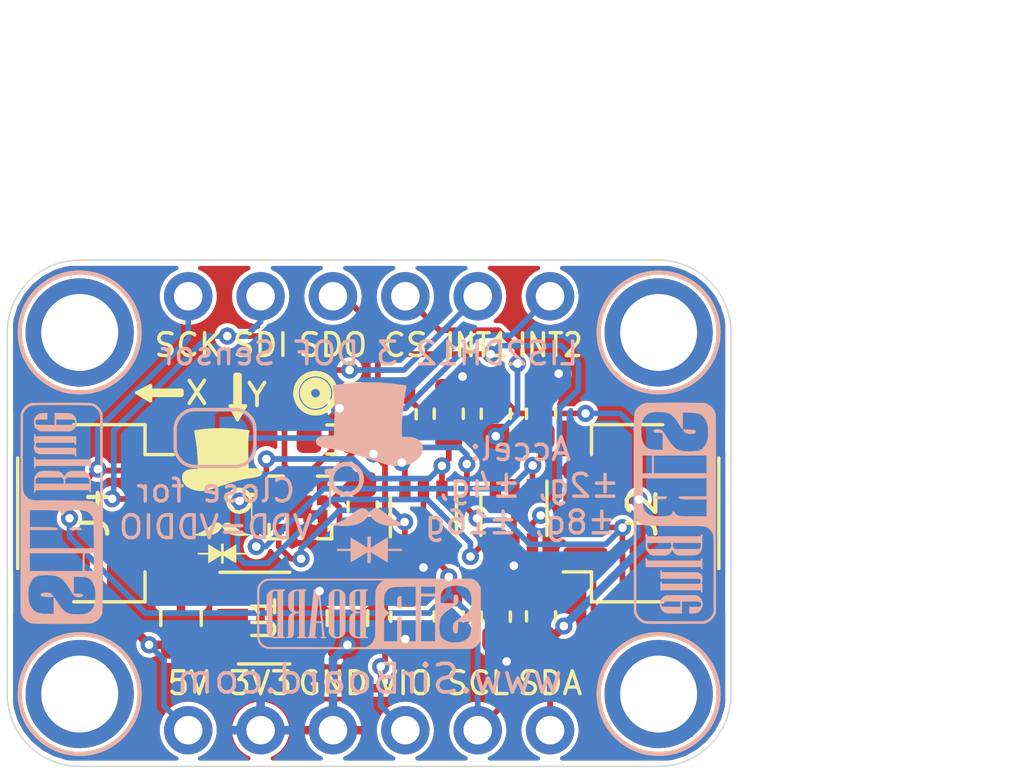
<source format=kicad_pcb>
(kicad_pcb (version 20171130) (host pcbnew "(5.1.2)-2")
  (title_block (title "LIS2DH12 Breakout with 5V Level Shift") (date 2020-03-07) (rev 1) (company SirBoard) (comment 1 "Accelerometer: ±2g, ±4g, ±8g, ±16g") (comment 2 "Digital Accelerometer with I2C and SPI") (comment 3 "LIS2DH12 - SirBlue"))
  (layers (0 F.Cu signal) (31 B.Cu signal) (34 B.Paste user hide) (35 F.Paste user hide) (36 B.SilkS user) (37 F.SilkS user) (38 B.Mask user hide) (39 F.Mask user hide) (44 Edge.Cuts user))
  (net 0 "")
  (net 1 GND)
  (net 2 5V)
  (net 3 3V3)
  (net 4 "Net-(U1-Pad4)")
  (net 5 SCL_5V)
  (net 6 SDA_3V3)
  (net 7 SDA_5V)
  (net 8 SCL_3V3)
  (net 9 CS_5V)
  (net 10 CS_3V3)
  (net 11 SDO_5V)
  (net 12 SDO_3V3)
  (net 13 VDDIO)
  (net 14 INT2)
  (net 15 INT1)
  (module Package_LGA:LGA-12_2x2mm_P0.5mm (layer F.Cu) (at 62.865 35.7632)
    (fp_text reference U2 hide)
    (fp_text value LIS2HH12)
    (pad 12 smd rect (at -0.25 -0.7625 90) (size 0.375 0.35) (layers F.Cu F.Paste F.Mask) (net 15 INT1))
    (pad 11 smd rect (at 0.25 -0.7625 90) (size 0.375 0.35) (layers F.Cu F.Paste F.Mask) (net 14 INT2))
    (pad 6 smd rect (at 0.25 0.7625 90) (size 0.375 0.35) (layers F.Cu F.Paste F.Mask) (net 1 GND))
    (pad 5 smd rect (at -0.25 0.7625 90) (size 0.375 0.35) (layers F.Cu F.Paste F.Mask) (net 1 GND))
    (pad 10 smd rect (at 0.7625 -0.75) (size 0.375 0.35) (layers F.Cu F.Paste F.Mask) (net 13 VDDIO))
    (pad 1 smd rect (at -0.7625 -0.75) (size 0.375 0.35) (layers F.Cu F.Paste F.Mask) (net 8 SCL_3V3))
    (pad 7 smd rect (at 0.7625 0.75) (size 0.375 0.35) (layers F.Cu F.Paste F.Mask) (net 1 GND))
    (pad 4 smd rect (at -0.7625 0.75) (size 0.375 0.35) (layers F.Cu F.Paste F.Mask) (net 6 SDA_3V3))
    (pad 8 smd rect (at 0.7625 0.25) (size 0.375 0.35) (layers F.Cu F.Paste F.Mask) (net 1 GND))
    (pad 9 smd rect (at 0.7625 -0.25) (size 0.375 0.35) (layers F.Cu F.Paste F.Mask) (net 3 3V3))
    (pad 3 smd rect (at -0.7625 0.25) (size 0.375 0.35) (layers F.Cu F.Paste F.Mask) (net 12 SDO_3V3))
    (pad 2 smd rect (at -0.7625 -0.25) (size 0.375 0.35) (layers F.Cu F.Paste F.Mask) (net 10 CS_3V3))
  )
  (module logo:logo47x67 (layer F.Cu) (at 60.1218 35.3568)
    (fp_text reference G*** hide)
    (fp_text value LOGO hide)
  )
  (module Jumper:SolderJumper-2_P1.3mm_Open_RoundedPad1.0x1.5mm (layer B.Cu) (at 59.8678 33.3248)
    (fp_text reference JP1 hide)
    (fp_text value SolderJumper_2_Open)
    (pad 1 smd custom (at -0.65 0) (size 1 0.5) (layers B.Cu B.Mask) (net 3 3V3) (options (clearance outline) (anchor rect)) (primitives (gr_circle (center 0 -0.25) (end 0.5 -0.25) (width 0)) (gr_circle (center 0 0.25) (end 0.5 0.25) (width 0)) (gr_poly (pts (xy 0 0.75) (xy 0.5 0.75) (xy 0.5 -0.75) (xy 0 -0.75)) (width 0))))
    (pad 2 smd custom (at 0.65 0) (size 1 0.5) (layers B.Cu B.Mask) (net 13 VDDIO) (options (clearance outline) (anchor rect)) (primitives (gr_circle (center 0 -0.25) (end 0.5 -0.25) (width 0)) (gr_circle (center 0 0.25) (end 0.5 0.25) (width 0)) (gr_poly (pts (xy 0 0.75) (xy -0.5 0.75) (xy -0.5 -0.75) (xy 0 -0.75)) (width 0))))
  )
  (module Capacitor_SMD:C_0603_1608Metric (layer F.Cu) (at 63.9572 33.3756 180)
    (fp_text reference C5 hide)
    (fp_text value 100nF)
    (pad 2 smd roundrect (at 0.7875 0 180) (size 0.875 0.95) (layers F.Cu F.Paste F.Mask) (net 1 GND))
    (pad 1 smd roundrect (at -0.7875 0 180) (size 0.875 0.95) (layers F.Cu F.Paste F.Mask) (net 13 VDDIO))
  )
  (module Capacitor_SMD:C_0603_1608Metric (layer F.Cu) (at 65.0494 35.7378 270)
    (fp_text reference C3 hide)
    (fp_text value 1uF)
    (pad 2 smd roundrect (at 0.7875 0 270) (size 0.875 0.95) (layers F.Cu F.Paste F.Mask) (net 1 GND))
    (pad 1 smd roundrect (at -0.7875 0 270) (size 0.875 0.95) (layers F.Cu F.Paste F.Mask) (net 3 3V3))
  )
  (module logo:SirBoard79x25 (layer B.Cu) (at 65.278 39.497 180)
    (fp_text reference G*** hide)
    (fp_text value LOGO hide)
  )
  (module logo:logo63x89 (layer B.Cu) (at 65.278 34.544 180)
    (fp_text reference G*** hide)
    (fp_text value LOGO hide)
  )
  (module logo:SirBlue78x29 (layer B.Cu) (at 76.0095 35.9664 270)
    (fp_text reference G*** hide)
    (fp_text value LOGO hide)
  )
  (module logo:SirBlue78x29 (layer B.Cu) (at 54.483 35.9664 90)
    (fp_text reference G*** hide)
    (fp_text value LOGO hide)
  )
  (module Connector_PinHeader_2.54mm:PinHeader_1x06_P2.54mm_Vertical (layer B.Cu) (at 58.928 28.3464 270)
    (fp_text reference J3 hide)
    (fp_text value Conn_01x06)
    (pad 6 thru_hole oval (at 0 -12.7 270) (size 1.7 1.7) (drill 1) (layers *.Cu *.Mask) (net 14 INT2))
    (pad 5 thru_hole oval (at 0 -10.16 270) (size 1.7 1.7) (drill 1) (layers *.Cu *.Mask) (net 15 INT1))
    (pad 4 thru_hole oval (at 0 -7.62 270) (size 1.7 1.7) (drill 1) (layers *.Cu *.Mask) (net 9 CS_5V))
    (pad 3 thru_hole oval (at 0 -5.08 270) (size 1.7 1.7) (drill 1) (layers *.Cu *.Mask) (net 11 SDO_5V))
    (pad 2 thru_hole oval (at 0 -2.54 270) (size 1.7 1.7) (drill 1) (layers *.Cu *.Mask) (net 7 SDA_5V))
    (pad 1 thru_hole circle (at 0 0 270) (size 1.7 1.7) (drill 1) (layers *.Cu *.Mask) (net 5 SCL_5V))
  )
  (module Connector_PinHeader_2.54mm:PinHeader_1x06_P2.54mm_Vertical (layer B.Cu) (at 58.928 43.5864 270)
    (fp_text reference J1 hide)
    (fp_text value Conn_01x06)
    (pad 6 thru_hole oval (at 0 -12.7 270) (size 1.7 1.7) (drill 1) (layers *.Cu *.Mask) (net 7 SDA_5V))
    (pad 5 thru_hole oval (at 0 -10.16 270) (size 1.7 1.7) (drill 1) (layers *.Cu *.Mask) (net 5 SCL_5V))
    (pad 4 thru_hole oval (at 0 -7.62 270) (size 1.7 1.7) (drill 1) (layers *.Cu *.Mask) (net 13 VDDIO))
    (pad 3 thru_hole oval (at 0 -5.08 270) (size 1.7 1.7) (drill 1) (layers *.Cu *.Mask) (net 1 GND))
    (pad 2 thru_hole oval (at 0 -2.54 270) (size 1.7 1.7) (drill 1) (layers *.Cu *.Mask) (net 3 3V3))
    (pad 1 thru_hole circle (at 0 0 270) (size 1.7 1.7) (drill 1) (layers *.Cu *.Mask) (net 2 5V))
  )
  (module Package_TO_SOT_SMD:SOT-23-5 (layer F.Cu) (at 61.595 39.6494)
    (fp_text reference U1 (at 0 0 90) (layer F.SilkS) (effects (font (size 0.8 0.8) (thickness 0.12))))
    (fp_text value AP2127K-3.3)
    (pad 5 smd rect (at 1.1 -0.95) (size 1.06 0.65) (layers F.Cu F.Paste F.Mask) (net 3 3V3))
    (pad 4 smd rect (at 1.1 0.95) (size 1.06 0.65) (layers F.Cu F.Paste F.Mask) (net 4 "Net-(U1-Pad4)"))
    (pad 3 smd rect (at -1.1 0.95) (size 1.06 0.65) (layers F.Cu F.Paste F.Mask) (net 2 5V))
    (pad 2 smd rect (at -1.1 0) (size 1.06 0.65) (layers F.Cu F.Paste F.Mask) (net 1 GND))
    (pad 1 smd rect (at -1.1 -0.95) (size 1.06 0.65) (layers F.Cu F.Paste F.Mask) (net 2 5V))
  )
  (module Connector_JST:JST_SH_SM04B-SRSS-TB_1x04-1MP_P1.00mm_Horizontal (layer F.Cu) (at 55.626 35.9664 270)
    (fp_text reference J4 (at 0 0 270) (layer F.SilkS))
    (fp_text value Conn_01x04)
    (pad MP smd roundrect (at 2.8 1.875 270) (size 1.2 1.8) (layers F.Cu F.Paste F.Mask) (roundrect_rratio 0.208333))
    (pad MP smd roundrect (at -2.8 1.875 270) (size 1.2 1.8) (layers F.Cu F.Paste F.Mask) (roundrect_rratio 0.208333))
    (pad 4 smd roundrect (at 1.5 -2 270) (size 0.6 1.55) (layers F.Cu F.Paste F.Mask) (net 1 GND))
    (pad 3 smd roundrect (at 0.5 -2 270) (size 0.6 1.55) (layers F.Cu F.Paste F.Mask) (net 2 5V))
    (pad 2 smd roundrect (at -0.5 -2 270) (size 0.6 1.55) (layers F.Cu F.Paste F.Mask) (net 7 SDA_5V))
    (pad 1 smd roundrect (at -1.5 -2 270) (size 0.6 1.55) (layers F.Cu F.Paste F.Mask) (net 5 SCL_5V))
  )
  (module Connector_JST:JST_SH_SM04B-SRSS-TB_1x04-1MP_P1.00mm_Horizontal (layer F.Cu) (at 74.8665 35.9664 90)
    (fp_text reference J2 (at 0 0 90) (layer F.SilkS))
    (fp_text value Conn_01x04)
    (pad MP smd roundrect (at 2.8 1.875 90) (size 1.2 1.8) (layers F.Cu F.Paste F.Mask) (roundrect_rratio 0.208333))
    (pad MP smd roundrect (at -2.8 1.875 90) (size 1.2 1.8) (layers F.Cu F.Paste F.Mask) (roundrect_rratio 0.208333))
    (pad 4 smd roundrect (at 1.5 -2 90) (size 0.6 1.55) (layers F.Cu F.Paste F.Mask) (net 1 GND))
    (pad 3 smd roundrect (at 0.5 -2 90) (size 0.6 1.55) (layers F.Cu F.Paste F.Mask) (net 2 5V))
    (pad 2 smd roundrect (at -0.5 -2 90) (size 0.6 1.55) (layers F.Cu F.Paste F.Mask) (net 7 SDA_5V))
    (pad 1 smd roundrect (at -1.5 -2 90) (size 0.6 1.55) (layers F.Cu F.Paste F.Mask) (net 5 SCL_5V))
  )
  (module Capacitor_SMD:C_0805_2012Metric (layer F.Cu) (at 64.516 39.6494 270)
    (fp_text reference C4 hide)
    (fp_text value 10uF)
    (pad 2 smd roundrect (at 0.9375 0 270) (size 0.975 1.4) (layers F.Cu F.Paste F.Mask) (net 1 GND))
    (pad 1 smd roundrect (at -0.9375 0 270) (size 0.975 1.4) (layers F.Cu F.Paste F.Mask) (net 3 3V3))
  )
  (module Capacitor_SMD:C_0805_2012Metric (layer F.Cu) (at 58.674 39.6494 90)
    (fp_text reference C1 hide)
    (fp_text value 10uF)
    (pad 2 smd roundrect (at 0.9375 0 90) (size 0.975 1.4) (layers F.Cu F.Paste F.Mask) (net 1 GND))
    (pad 1 smd roundrect (at -0.9375 0 90) (size 0.975 1.4) (layers F.Cu F.Paste F.Mask) (net 2 5V))
  )
  (module SirBoardLibrary:MountingHole_M2.5_SirBoard (layer F.Cu) (at 55.118 42.3164 270)
    (fp_text reference H1 hide)
    (fp_text value MountingHole)
    (pad 1 thru_hole circle (at 0 0 270) (size 3.8 3.8) (drill 2.7) (layers *.Cu *.Mask))
  )
  (module SirBoardLibrary:MountingHole_M2.5_SirBoard (layer F.Cu) (at 55.118 29.6164 270)
    (fp_text reference H2 hide)
    (fp_text value MountingHole)
    (pad 1 thru_hole circle (at 0 0 270) (size 3.8 3.8) (drill 2.7) (layers *.Cu *.Mask))
  )
  (module SirBoardLibrary:MountingHole_M2.5_SirBoard (layer F.Cu) (at 75.438 42.3164 90)
    (fp_text reference H3 hide)
    (fp_text value MountingHole)
    (pad 1 thru_hole circle (at 0 0 90) (size 3.8 3.8) (drill 2.7) (layers *.Cu *.Mask))
  )
  (module SirBoardLibrary:MountingHole_M2.5_SirBoard (layer F.Cu) (at 75.438 29.6164 90)
    (fp_text reference H4 hide)
    (fp_text value MountingHole)
    (pad 1 thru_hole circle (at 0 0 90) (size 3.8 3.8) (drill 2.7) (layers *.Cu *.Mask))
  )
  (module Resistor_SMD:R_0603_1608Metric (layer F.Cu) (at 66.421 32.4866 270)
    (fp_text reference R8 hide)
    (fp_text value 10K)
    (pad 2 smd roundrect (at 0.7875 0 270) (size 0.875 0.95) (layers F.Cu F.Paste F.Mask) (net 7 SDA_5V))
    (pad 1 smd roundrect (at -0.7875 0 270) (size 0.875 0.95) (layers F.Cu F.Paste F.Mask) (net 2 5V))
  )
  (module Resistor_SMD:R_0603_1608Metric (layer F.Cu) (at 66.548 39.5986 270)
    (fp_text reference R7 hide)
    (fp_text value 10K)
    (pad 2 smd roundrect (at 0.7875 0 270) (size 0.875 0.95) (layers F.Cu F.Paste F.Mask) (net 3 3V3))
    (pad 1 smd roundrect (at -0.7875 0 270) (size 0.875 0.95) (layers F.Cu F.Paste F.Mask) (net 6 SDA_3V3))
  )
  (module Resistor_SMD:R_0603_1608Metric (layer F.Cu) (at 68.072 39.5859 90)
    (fp_text reference R6 hide)
    (fp_text value 10K)
    (pad 2 smd roundrect (at 0.7875 0 90) (size 0.875 0.95) (layers F.Cu F.Paste F.Mask) (net 5 SCL_5V))
    (pad 1 smd roundrect (at -0.7875 0 90) (size 0.875 0.95) (layers F.Cu F.Paste F.Mask) (net 2 5V))
  )
  (module Resistor_SMD:R_0603_1608Metric (layer F.Cu) (at 68.072 32.4739 90)
    (fp_text reference R5 hide)
    (fp_text value 10K)
    (pad 2 smd roundrect (at 0.7875 0 90) (size 0.875 0.95) (layers F.Cu F.Paste F.Mask) (net 3 3V3))
    (pad 1 smd roundrect (at -0.7875 0 90) (size 0.875 0.95) (layers F.Cu F.Paste F.Mask) (net 8 SCL_3V3))
  )
  (module Resistor_SMD:R_0603_1608Metric (layer F.Cu) (at 69.723 32.4739 270)
    (fp_text reference R4 hide)
    (fp_text value 10K)
    (pad 2 smd roundrect (at 0.7875 0 270) (size 0.875 0.95) (layers F.Cu F.Paste F.Mask) (net 9 CS_5V))
    (pad 1 smd roundrect (at -0.7875 0 270) (size 0.875 0.95) (layers F.Cu F.Paste F.Mask) (net 2 5V))
  )
  (module Resistor_SMD:R_0603_1608Metric (layer F.Cu) (at 69.723 39.5986 270)
    (fp_text reference R3 hide)
    (fp_text value 10K)
    (pad 2 smd roundrect (at 0.7875 0 270) (size 0.875 0.95) (layers F.Cu F.Paste F.Mask) (net 3 3V3))
    (pad 1 smd roundrect (at -0.7875 0 270) (size 0.875 0.95) (layers F.Cu F.Paste F.Mask) (net 10 CS_3V3))
  )
  (module Resistor_SMD:R_0603_1608Metric (layer F.Cu) (at 71.3105 39.5859 90)
    (fp_text reference R2 hide)
    (fp_text value 10K)
    (pad 2 smd roundrect (at 0.7875 0 90) (size 0.875 0.95) (layers F.Cu F.Paste F.Mask) (net 11 SDO_5V))
    (pad 1 smd roundrect (at -0.7875 0 90) (size 0.875 0.95) (layers F.Cu F.Paste F.Mask) (net 2 5V))
  )
  (module Resistor_SMD:R_0603_1608Metric (layer F.Cu) (at 71.3105 32.4739 90)
    (fp_text reference R1 hide)
    (fp_text value 10K)
    (pad 2 smd roundrect (at 0.7875 0 90) (size 0.875 0.95) (layers F.Cu F.Paste F.Mask) (net 3 3V3))
    (pad 1 smd roundrect (at -0.7875 0 90) (size 0.875 0.95) (layers F.Cu F.Paste F.Mask) (net 12 SDO_3V3))
  )
  (module Package_TO_SOT_SMD:SOT-363_SC-70-6 (layer F.Cu) (at 67.183 36.0934 270)
    (fp_text reference Q2 hide)
    (fp_text value BSS138DW)
    (pad 6 smd rect (at 0.95 -0.65 270) (size 0.65 0.4) (layers F.Cu F.Paste F.Mask) (net 5 SCL_5V))
    (pad 4 smd rect (at 0.95 0.65 270) (size 0.65 0.4) (layers F.Cu F.Paste F.Mask) (net 6 SDA_3V3))
    (pad 2 smd rect (at -0.95 0 270) (size 0.65 0.4) (layers F.Cu F.Paste F.Mask) (net 3 3V3))
    (pad 5 smd rect (at 0.95 0 270) (size 0.65 0.4) (layers F.Cu F.Paste F.Mask) (net 3 3V3))
    (pad 3 smd rect (at -0.95 0.65 270) (size 0.65 0.4) (layers F.Cu F.Paste F.Mask) (net 7 SDA_5V))
    (pad 1 smd rect (at -0.95 -0.65 270) (size 0.65 0.4) (layers F.Cu F.Paste F.Mask) (net 8 SCL_3V3))
  )
  (module Package_TO_SOT_SMD:SOT-363_SC-70-6 (layer F.Cu) (at 70.358 36.0426 270)
    (fp_text reference Q1 hide)
    (fp_text value BSS138DW)
    (pad 6 smd rect (at 0.95 -0.65 270) (size 0.65 0.4) (layers F.Cu F.Paste F.Mask) (net 11 SDO_5V))
    (pad 4 smd rect (at 0.95 0.65 270) (size 0.65 0.4) (layers F.Cu F.Paste F.Mask) (net 10 CS_3V3))
    (pad 2 smd rect (at -0.95 0 270) (size 0.65 0.4) (layers F.Cu F.Paste F.Mask) (net 3 3V3))
    (pad 5 smd rect (at 0.95 0 270) (size 0.65 0.4) (layers F.Cu F.Paste F.Mask) (net 3 3V3))
    (pad 3 smd rect (at -0.95 0.65 270) (size 0.65 0.4) (layers F.Cu F.Paste F.Mask) (net 9 CS_5V))
    (pad 1 smd rect (at -0.95 -0.65 270) (size 0.65 0.4) (layers F.Cu F.Paste F.Mask) (net 12 SDO_3V3))
  )
  (gr_text "Close for\nVDD=VDDIO" (at 59.8932 35.814) (layer B.SilkS) (effects (font (size 0.8 0.8) (thickness 0.12)) (justify mirror)))
  (gr_text X (at 59.2304 31.7373) (layer F.SilkS) (effects (font (size 0.8 0.8) (thickness 0.13))))
  (gr_text Z (at 64.7041 31.7881 180) (layer F.SilkS) (effects (font (size 0.8 0.8) (thickness 0.13))))
  (gr_text Y (at 61.341 31.8135) (layer F.SilkS) (effects (font (size 0.8 0.8) (thickness 0.13))))
  (gr_arc (start 63.396 31.75) (end 63.4214 31.0642) (angle -357.8050689) (layer F.SilkS) (width 0.2))
  (gr_circle (center 63.396 31.75) (end 63.546 31.75) (layer F.SilkS) (width 0.4))
  (gr_line (start 57.1222 31.7373) (end 57.6048 31.4833) (layer F.SilkS) (width 0.12))
  (gr_line (start 57.1222 31.7373) (end 57.6048 32.0167) (layer F.SilkS) (width 0.12))
  (gr_line (start 58.6716 31.6865) (end 57.3 31.6865) (layer F.SilkS) (width 0.2))
  (gr_line (start 58.6716 31.7881) (end 57.3 31.7881) (layer F.SilkS) (width 0.2))
  (gr_line (start 58.6716 31.7373) (end 57.3 31.7373) (layer F.SilkS) (width 0.2))
  (gr_line (start 57.6048 32.0167) (end 57.6048 31.4833) (layer F.SilkS) (width 0.12))
  (gr_line (start 57.5286 31.9405) (end 57.5286 31.5595) (layer F.SilkS) (width 0.12))
  (gr_line (start 60.6576 32.6771) (end 60.4036 32.1945) (layer F.SilkS) (width 0.12))
  (gr_line (start 60.6576 32.6771) (end 60.937 32.1945) (layer F.SilkS) (width 0.12))
  (gr_line (start 60.6576 31.1277) (end 60.6576 32.4993) (layer F.SilkS) (width 0.2))
  (gr_line (start 60.7084 31.1277) (end 60.7084 32.4993) (layer F.SilkS) (width 0.2))
  (gr_line (start 60.6068 31.1277) (end 60.6068 32.4993) (layer F.SilkS) (width 0.2))
  (gr_line (start 60.8608 32.2707) (end 60.4798 32.2707) (layer F.SilkS) (width 0.12))
  (gr_line (start 60.937 32.1945) (end 60.4036 32.1945) (layer F.SilkS) (width 0.12))
  (gr_text "Accel:\n±2g, ±4g, \n±8g, ±16g" (at 70.5866 35.0012) (layer B.SilkS) (effects (font (size 0.8 0.8) (thickness 0.12)) (justify mirror)))
  (gr_text INT2 (at 71.628 30.0609) (layer F.SilkS) (effects (font (size 0.8 0.7) (thickness 0.12))))
  (gr_text INT1 (at 69.088 30.0609) (layer F.SilkS) (effects (font (size 0.8 0.7) (thickness 0.12))))
  (gr_text SCK (at 58.928 30.0609) (layer F.SilkS) (effects (font (size 0.8 0.8) (thickness 0.12))))
  (gr_text SDI (at 61.468 30.0609) (layer F.SilkS) (effects (font (size 0.8 0.8) (thickness 0.12))))
  (gr_text SDO (at 64.008 30.0609) (layer F.SilkS) (effects (font (size 0.8 0.8) (thickness 0.12))))
  (gr_text CS (at 66.548 30.0609) (layer F.SilkS) (effects (font (size 0.8 0.8) (thickness 0.12))))
  (gr_text 5V (at 58.928 41.9354) (layer F.SilkS) (effects (font (size 0.8 0.8) (thickness 0.12))))
  (gr_text 3V3 (at 61.468 41.9354) (layer F.SilkS) (effects (font (size 0.8 0.8) (thickness 0.12))))
  (gr_text GND (at 64.008 41.9354) (layer F.SilkS) (effects (font (size 0.8 0.8) (thickness 0.12))))
  (gr_text VIO (at 66.548 41.9354) (layer F.SilkS) (effects (font (size 0.8 0.8) (thickness 0.12))))
  (gr_text SCL (at 69.088 41.9354) (layer F.SilkS) (effects (font (size 0.8 0.8) (thickness 0.12))))
  (gr_text SDA (at 71.628 41.9354) (layer F.SilkS) (effects (font (size 0.8 0.8) (thickness 0.12))))
  (gr_arc (start 55.118 29.6164) (end 55.118 27.0764) (angle -90) (layer Edge.Cuts) (width 0.05))
  (gr_arc (start 75.438 29.6164) (end 77.978 29.6164) (angle -90) (layer Edge.Cuts) (width 0.05))
  (gr_arc (start 75.438 42.3164) (end 75.438 44.8564) (angle -90) (layer Edge.Cuts) (width 0.05))
  (gr_arc (start 55.118 42.3164) (end 52.578 42.3164) (angle -90) (layer Edge.Cuts) (width 0.05))
  (gr_line (start 52.578 42.3164) (end 52.578 29.6164) (layer Edge.Cuts) (width 0.05))
  (gr_line (start 55.118 27.0764) (end 75.438 27.0764) (layer Edge.Cuts) (width 0.05))
  (gr_line (start 77.978 29.6164) (end 77.978 42.3164) (layer Edge.Cuts) (width 0.05))
  (gr_line (start 75.438 44.8564) (end 55.118 44.8564) (layer Edge.Cuts) (width 0.05))
  (gr_text "LIS2DH12 3 DOF Sensor" (at 65.278 30.353) (layer B.SilkS) (effects (font (size 0.8 0.8) (thickness 0.12)) (justify mirror)))
  (gr_text www.SirBoard.com (at 65.278 41.783) (layer B.SilkS) (effects (font (size 1 1) (thickness 0.13)) (justify mirror)))
  (via (at 64.516 40.5892) (size 0.6) (drill 0.3) (layers F.Cu B.Cu) (net 1))
  (segment (start 64.008 41.0972) (end 64.516 40.5892) (width 0.3) (layer B.Cu) (net 1))
  (segment (start 64.008 43.5864) (end 64.008 41.0972) (width 0.3) (layer B.Cu) (net 1))
  (segment (start 58.6865 40.5994) (end 58.674 40.5869) (width 0.3) (layer F.Cu) (net 2))
  (segment (start 60.495 40.5994) (end 58.6865 40.5994) (width 0.3) (layer F.Cu) (net 2))
  (segment (start 61.2165 40.5994) (end 60.495 40.5994) (width 0.3) (layer F.Cu) (net 2))
  (segment (start 61.468 40.3479) (end 61.2165 40.5994) (width 0.3) (layer F.Cu) (net 2))
  (segment (start 61.468 38.9509) (end 61.468 40.3479) (width 0.3) (layer F.Cu) (net 2))
  (segment (start 60.495 38.6994) (end 61.2165 38.6994) (width 0.3) (layer F.Cu) (net 2))
  (segment (start 61.2165 38.6994) (end 61.468 38.9509) (width 0.3) (layer F.Cu) (net 2))
  (segment (start 70.848888 39.911788) (end 71.3105 40.3734) (width 0.2) (layer F.Cu) (net 2))
  (segment (start 70.523 39.5859) (end 70.848888 39.911788) (width 0.2) (layer F.Cu) (net 2))
  (segment (start 68.072 40.3734) (end 68.8595 39.5859) (width 0.2) (layer F.Cu) (net 2))
  (segment (start 68.8595 39.5859) (end 70.523 39.5859) (width 0.2) (layer F.Cu) (net 2))
  (segment (start 69.261388 32.148012) (end 69.723 31.6864) (width 0.2) (layer F.Cu) (net 2))
  (segment (start 68.9355 32.4739) (end 69.261388 32.148012) (width 0.2) (layer F.Cu) (net 2))
  (segment (start 66.421 31.6991) (end 67.1958 32.4739) (width 0.2) (layer F.Cu) (net 2))
  (segment (start 67.1958 32.4739) (end 68.9355 32.4739) (width 0.2) (layer F.Cu) (net 2))
  (via (at 72.1106 39.9288) (size 0.6) (drill 0.3) (layers F.Cu B.Cu) (net 2))
  (segment (start 71.3105 40.3734) (end 71.666 40.3734) (width 0.3) (layer F.Cu) (net 2))
  (segment (start 71.666 40.3734) (end 72.1106 39.9288) (width 0.3) (layer F.Cu) (net 2))
  (segment (start 72.1106 39.9288) (end 75.1078 36.9316) (width 0.3) (layer B.Cu) (net 2))
  (via (at 74.7522 35.4838) (size 0.6) (drill 0.3) (layers F.Cu B.Cu) (net 2))
  (segment (start 75.1078 36.9316) (end 75.1078 35.8394) (width 0.3) (layer B.Cu) (net 2))
  (segment (start 75.1078 35.8394) (end 74.7522 35.4838) (width 0.3) (layer B.Cu) (net 2))
  (segment (start 72.8839 35.4838) (end 72.8665 35.4664) (width 0.3) (layer F.Cu) (net 2))
  (segment (start 74.7522 35.4838) (end 72.8839 35.4838) (width 0.3) (layer F.Cu) (net 2))
  (segment (start 70.4978 32.4612) (end 72.8726 32.4612) (width 0.2) (layer F.Cu) (net 2))
  (segment (start 69.723 31.6864) (end 70.4978 32.4612) (width 0.2) (layer F.Cu) (net 2))
  (via (at 72.8726 32.4612) (size 0.6) (drill 0.3) (layers F.Cu B.Cu) (net 2))
  (segment (start 74.7522 33.1216) (end 74.7522 35.4838) (width 0.2) (layer B.Cu) (net 2))
  (segment (start 72.8726 32.4612) (end 74.0918 32.4612) (width 0.2) (layer B.Cu) (net 2))
  (segment (start 74.0918 32.4612) (end 74.7522 33.1216) (width 0.2) (layer B.Cu) (net 2))
  (segment (start 57.5541 40.5869) (end 58.674 40.5869) (width 0.3) (layer F.Cu) (net 2))
  (segment (start 55.7784 38.8112) (end 57.5541 40.5869) (width 0.3) (layer F.Cu) (net 2))
  (segment (start 55.7784 37.0586) (end 55.7784 38.8112) (width 0.3) (layer F.Cu) (net 2))
  (segment (start 57.626 36.4664) (end 56.3706 36.4664) (width 0.3) (layer F.Cu) (net 2))
  (segment (start 56.3706 36.4664) (end 55.7784 37.0586) (width 0.3) (layer F.Cu) (net 2))
  (segment (start 60.495 41.3434) (end 60.495 40.5994) (width 0.3) (layer F.Cu) (net 2))
  (segment (start 61.2648 42.1132) (end 60.495 41.3434) (width 0.3) (layer F.Cu) (net 2))
  (segment (start 68.072 40.3734) (end 66.3322 42.1132) (width 0.3) (layer F.Cu) (net 2))
  (segment (start 66.3322 42.1132) (end 61.2648 42.1132) (width 0.3) (layer F.Cu) (net 2))
  (segment (start 57.5541 40.5869) (end 57.5541 40.5869) (width 0.3) (layer F.Cu) (net 2))
  (via (at 57.5541 40.5869) (size 0.6) (drill 0.3) (layers F.Cu B.Cu) (net 2))
  (segment (start 57.854099 40.886899) (end 57.5541 40.5869) (width 0.2) (layer B.Cu) (net 2))
  (segment (start 58.078001 41.110801) (end 57.854099 40.886899) (width 0.2) (layer B.Cu) (net 2))
  (segment (start 58.078001 42.736401) (end 58.078001 41.110801) (width 0.2) (layer B.Cu) (net 2))
  (segment (start 58.928 43.5864) (end 58.078001 42.736401) (width 0.2) (layer B.Cu) (net 2))
  (segment (start 64.5035 38.6994) (end 64.516 38.7119) (width 0.3) (layer F.Cu) (net 3))
  (segment (start 62.695 38.6994) (end 63.5356 38.6994) (width 0.3) (layer F.Cu) (net 3))
  (segment (start 63.561 38.6994) (end 64.5035 38.6994) (width 0.3) (layer F.Cu) (net 3))
  (via (at 66.548 40.386) (size 0.6) (drill 0.3) (layers F.Cu B.Cu) (net 3))
  (segment (start 66.1902 40.3861) (end 66.548 40.3861) (width 0.2) (layer F.Cu) (net 3))
  (segment (start 67.183 37.0434) (end 67.183 35.1434) (width 0.2) (layer F.Cu) (net 3))
  (segment (start 70.358 35.0926) (end 70.358 36.9926) (width 0.2) (layer F.Cu) (net 3))
  (via (at 67.183 37.8714) (size 0.6) (drill 0.3) (layers F.Cu B.Cu) (net 3))
  (segment (start 67.183 37.0434) (end 67.183 37.8714) (width 0.2) (layer F.Cu) (net 3))
  (via (at 70.358 37.8079) (size 0.6) (drill 0.3) (layers F.Cu B.Cu) (net 3))
  (segment (start 70.358 36.9926) (end 70.358 37.8079) (width 0.2) (layer F.Cu) (net 3))
  (via (at 70.104 41.1734) (size 0.6) (drill 0.3) (layers F.Cu B.Cu) (net 3))
  (segment (start 69.723 40.3861) (end 69.723 40.7924) (width 0.2) (layer F.Cu) (net 3))
  (segment (start 69.723 40.7924) (end 70.104 41.1734) (width 0.2) (layer F.Cu) (net 3))
  (via (at 71.9328 31.0642) (size 0.6) (drill 0.3) (layers F.Cu B.Cu) (net 3))
  (segment (start 71.3105 31.6864) (end 71.3106 31.6864) (width 0.3) (layer F.Cu) (net 3))
  (segment (start 71.3106 31.6864) (end 71.9328 31.0642) (width 0.3) (layer F.Cu) (net 3))
  (via (at 68.5546 31.1658) (size 0.6) (drill 0.3) (layers F.Cu B.Cu) (net 3))
  (segment (start 68.072 31.6864) (end 68.072 31.6484) (width 0.3) (layer F.Cu) (net 3))
  (segment (start 68.072 31.6484) (end 68.5546 31.1658) (width 0.3) (layer F.Cu) (net 3))
  (via (at 68.5546 31.1658) (size 0.6) (drill 0.3) (layers F.Cu B.Cu) (net 3))
  (segment (start 65.0493 34.9504) (end 65.0494 34.9503) (width 0.2) (layer F.Cu) (net 3))
  (segment (start 64.5414 34.9504) (end 65.0493 34.9504) (width 0.2) (layer F.Cu) (net 3))
  (segment (start 63.6275 35.5132) (end 63.9786 35.5132) (width 0.2) (layer F.Cu) (net 3))
  (segment (start 63.9786 35.5132) (end 64.5414 34.9504) (width 0.2) (layer F.Cu) (net 3))
  (segment (start 63.5356 38.6994) (end 63.561 38.6994) (width 0.3) (layer F.Cu) (net 3))
  (via (at 63.5356 38.6994) (size 0.6) (drill 0.3) (layers F.Cu B.Cu) (net 3))
  (segment (start 63.9786 35.5132) (end 64.2366 35.7712) (width 0.2) (layer F.Cu) (net 3))
  (segment (start 64.2366 37.9984) (end 63.5356 38.6994) (width 0.2) (layer F.Cu) (net 3))
  (segment (start 64.2366 35.7712) (end 64.2366 37.9984) (width 0.2) (layer F.Cu) (net 3))
  (segment (start 67.833 37.0434) (end 67.833 37.8229) (width 0.2) (layer F.Cu) (net 5))
  (segment (start 68.072 38.0619) (end 68.072 38.7984) (width 0.2) (layer F.Cu) (net 5))
  (segment (start 67.833 37.8229) (end 68.072 38.0619) (width 0.2) (layer F.Cu) (net 5))
  (via (at 68.072 38.2016) (size 0.6) (drill 0.3) (layers F.Cu B.Cu) (net 5))
  (segment (start 68.072 38.0619) (end 68.071994 38.061906) (width 0.2) (layer F.Cu) (net 5))
  (segment (start 70.9676 41.7068) (end 69.088 43.5864) (width 0.2) (layer F.Cu) (net 5))
  (segment (start 71.628 41.7068) (end 70.9676 41.7068) (width 0.2) (layer F.Cu) (net 5))
  (segment (start 73.152 40.1828) (end 71.628 41.7068) (width 0.2) (layer F.Cu) (net 5))
  (segment (start 72.8665 37.4664) (end 73.152 37.7519) (width 0.2) (layer F.Cu) (net 5))
  (segment (start 73.152 37.7519) (end 73.152 40.1828) (width 0.2) (layer F.Cu) (net 5))
  (via (at 54.7624 36.1442) (size 0.6) (drill 0.3) (layers F.Cu B.Cu) (net 5))
  (segment (start 54.7624 35.3822) (end 54.7624 36.1442) (width 0.2) (layer F.Cu) (net 5))
  (segment (start 57.626 34.4664) (end 55.6782 34.4664) (width 0.2) (layer F.Cu) (net 5))
  (segment (start 55.6782 34.4664) (end 54.7624 35.3822) (width 0.2) (layer F.Cu) (net 5))
  (via (at 55.753 34.417) (size 0.6) (drill 0.3) (layers F.Cu B.Cu) (net 5))
  (segment (start 55.753 33.02) (end 55.753 34.417) (width 0.2) (layer B.Cu) (net 5))
  (segment (start 58.928 28.3464) (end 58.928 29.845) (width 0.2) (layer B.Cu) (net 5))
  (segment (start 58.928 29.845) (end 55.753 33.02) (width 0.2) (layer B.Cu) (net 5))
  (segment (start 68.072 38.7984) (end 68.072 38.2016) (width 0.2) (layer B.Cu) (net 5))
  (segment (start 69.088 39.8144) (end 68.072 38.7984) (width 0.2) (layer B.Cu) (net 5))
  (segment (start 69.088 43.5864) (end 69.088 39.8144) (width 0.2) (layer B.Cu) (net 5))
  (segment (start 67.3988 39.4716) (end 68.072 38.7984) (width 0.2) (layer B.Cu) (net 5))
  (segment (start 57.4294 39.4716) (end 67.3988 39.4716) (width 0.2) (layer B.Cu) (net 5))
  (segment (start 54.7624 36.1442) (end 54.7624 36.8046) (width 0.2) (layer B.Cu) (net 5))
  (segment (start 54.7624 36.8046) (end 57.4294 39.4716) (width 0.2) (layer B.Cu) (net 5))
  (segment (start 66.533 38.7961) (end 66.548 38.8111) (width 0.2) (layer F.Cu) (net 6))
  (segment (start 66.533 37.0434) (end 66.533 38.7961) (width 0.2) (layer F.Cu) (net 6))
  (segment (start 66.533 37.0434) (end 66.533 36.815) (width 0.2) (layer F.Cu) (net 6))
  (via (at 66.5226 36.2712) (size 0.6) (drill 0.3) (layers F.Cu B.Cu) (net 6))
  (segment (start 66.533 37.0434) (end 66.533 36.2816) (width 0.2) (layer F.Cu) (net 6))
  (segment (start 66.533 36.2816) (end 66.5226 36.2712) (width 0.2) (layer F.Cu) (net 6))
  (via (at 62.8904 37.5666) (size 0.6) (drill 0.3) (layers F.Cu B.Cu) (net 6))
  (segment (start 62.1025 37.1343) (end 62.1025 36.5132) (width 0.2) (layer F.Cu) (net 6))
  (segment (start 62.8904 37.5666) (end 62.5348 37.5666) (width 0.2) (layer F.Cu) (net 6))
  (segment (start 62.5348 37.5666) (end 62.1025 37.1343) (width 0.2) (layer F.Cu) (net 6))
  (segment (start 62.8904 37.211) (end 62.8904 37.5666) (width 0.2) (layer B.Cu) (net 6))
  (segment (start 64.2366 35.8648) (end 62.8904 37.211) (width 0.2) (layer B.Cu) (net 6))
  (segment (start 66.5226 36.2712) (end 66.1162 35.8648) (width 0.2) (layer B.Cu) (net 6))
  (segment (start 66.1162 35.8648) (end 64.2366 35.8648) (width 0.2) (layer B.Cu) (net 6))
  (segment (start 66.421 33.2741) (end 66.421 34.1884) (width 0.2) (layer F.Cu) (net 7))
  (segment (start 66.533 34.3004) (end 66.533 35.1434) (width 0.2) (layer F.Cu) (net 7))
  (segment (start 66.421 34.1884) (end 66.533 34.3004) (width 0.2) (layer F.Cu) (net 7))
  (segment (start 66.421 34.1884) (end 66.421 34.1884) (width 0.2) (layer F.Cu) (net 7))
  (via (at 66.421 34.1884) (size 0.6) (drill 0.3) (layers F.Cu B.Cu) (net 7))
  (via (at 68.707 34.2392) (size 0.6) (drill 0.3) (layers F.Cu B.Cu) (net 7))
  (via (at 69.0626 36.1442) (size 0.6) (drill 0.3) (layers F.Cu B.Cu) (net 7))
  (via (at 74.168 36.4744) (size 0.6) (drill 0.3) (layers F.Cu B.Cu) (net 7))
  (segment (start 74.16 36.4664) (end 72.8665 36.4664) (width 0.2) (layer F.Cu) (net 7))
  (segment (start 74.168 36.4744) (end 74.16 36.4664) (width 0.2) (layer F.Cu) (net 7))
  (segment (start 73.5838 37.0586) (end 74.168 36.4744) (width 0.2) (layer B.Cu) (net 7))
  (segment (start 70.9168 37.0586) (end 73.5838 37.0586) (width 0.2) (layer B.Cu) (net 7))
  (segment (start 70.073799 36.215599) (end 70.9168 37.0586) (width 0.2) (layer B.Cu) (net 7))
  (segment (start 69.0626 36.1442) (end 69.133999 36.215599) (width 0.2) (layer B.Cu) (net 7))
  (segment (start 69.133999 36.215599) (end 70.073799 36.215599) (width 0.2) (layer B.Cu) (net 7))
  (segment (start 68.707 35.7886) (end 69.0626 36.1442) (width 0.2) (layer F.Cu) (net 7))
  (segment (start 68.707 34.2392) (end 68.707 35.7886) (width 0.2) (layer F.Cu) (net 7))
  (segment (start 74.168 39.637844) (end 74.168 36.4744) (width 0.2) (layer F.Cu) (net 7))
  (segment (start 71.628 43.5864) (end 71.628 42.177844) (width 0.2) (layer F.Cu) (net 7))
  (segment (start 71.628 42.177844) (end 74.168 39.637844) (width 0.2) (layer F.Cu) (net 7))
  (segment (start 57.626 35.4664) (end 56.269 35.4664) (width 0.2) (layer F.Cu) (net 7))
  (segment (start 56.269 35.4664) (end 56.261 35.4584) (width 0.2) (layer F.Cu) (net 7))
  (via (at 56.261 35.4584) (size 0.6) (drill 0.3) (layers F.Cu B.Cu) (net 7))
  (via (at 60.2996 29.7434) (size 0.6) (drill 0.3) (layers F.Cu B.Cu) (net 7))
  (segment (start 59.6392 29.7434) (end 60.2996 29.7434) (width 0.2) (layer B.Cu) (net 7))
  (segment (start 56.3118 33.0708) (end 59.6392 29.7434) (width 0.2) (layer B.Cu) (net 7))
  (segment (start 56.261 35.4584) (end 56.3118 35.4076) (width 0.2) (layer B.Cu) (net 7))
  (segment (start 56.3118 35.4076) (end 56.3118 33.0708) (width 0.2) (layer B.Cu) (net 7))
  (segment (start 60.96 29.7434) (end 60.2996 29.7434) (width 0.2) (layer B.Cu) (net 7))
  (segment (start 61.468 28.3464) (end 61.468 29.2354) (width 0.2) (layer B.Cu) (net 7))
  (segment (start 61.468 29.2354) (end 60.96 29.7434) (width 0.2) (layer B.Cu) (net 7))
  (segment (start 60.723864 29.7434) (end 60.2996 29.7434) (width 0.2) (layer F.Cu) (net 7))
  (segment (start 65.0748 29.7434) (end 60.723864 29.7434) (width 0.2) (layer F.Cu) (net 7))
  (segment (start 65.5828 30.2514) (end 65.0748 29.7434) (width 0.2) (layer F.Cu) (net 7))
  (segment (start 65.5828 32.4358) (end 65.5828 30.2514) (width 0.2) (layer F.Cu) (net 7))
  (segment (start 66.421 33.2741) (end 66.421 33.274) (width 0.2) (layer F.Cu) (net 7))
  (segment (start 66.421 33.274) (end 65.5828 32.4358) (width 0.2) (layer F.Cu) (net 7))
  (segment (start 68.707 33.909) (end 68.707 34.2392) (width 0.2) (layer B.Cu) (net 7))
  (segment (start 68.453 33.655) (end 68.707 33.909) (width 0.2) (layer B.Cu) (net 7))
  (segment (start 66.421 34.1884) (end 66.9544 33.655) (width 0.2) (layer B.Cu) (net 7))
  (segment (start 66.9544 33.655) (end 68.453 33.655) (width 0.2) (layer B.Cu) (net 7))
  (segment (start 68.072 33.2614) (end 68.072 34.0614) (width 0.2) (layer F.Cu) (net 8))
  (segment (start 67.833 34.3004) (end 67.833 35.1434) (width 0.2) (layer F.Cu) (net 8))
  (segment (start 68.072 34.0614) (end 67.833 34.3004) (width 0.2) (layer F.Cu) (net 8))
  (via (at 61.6712 34.0614) (size 0.6) (drill 0.3) (layers F.Cu B.Cu) (net 8))
  (segment (start 62.1025 35.0132) (end 61.6712 34.5819) (width 0.2) (layer F.Cu) (net 8))
  (segment (start 61.6712 34.5819) (end 61.6712 34.0614) (width 0.2) (layer F.Cu) (net 8))
  (via (at 67.833 34.3004) (size 0.6) (drill 0.3) (layers F.Cu B.Cu) (net 8))
  (segment (start 67.3862 34.7472) (end 67.833 34.3004) (width 0.2) (layer B.Cu) (net 8))
  (segment (start 65.405 34.7472) (end 67.3862 34.7472) (width 0.2) (layer B.Cu) (net 8))
  (segment (start 61.6712 34.0614) (end 64.7192 34.0614) (width 0.2) (layer B.Cu) (net 8))
  (segment (start 64.7192 34.0614) (end 65.405 34.7472) (width 0.2) (layer B.Cu) (net 8))
  (segment (start 69.723 35.0776) (end 69.708 35.0926) (width 0.2) (layer F.Cu) (net 9))
  (segment (start 69.723 33.2614) (end 69.723 35.0776) (width 0.2) (layer F.Cu) (net 9))
  (via (at 70.485 30.7086) (size 0.6) (drill 0.3) (layers F.Cu B.Cu) (net 9))
  (via (at 69.723 33.2614) (size 0.6) (drill 0.3) (layers F.Cu B.Cu) (net 9))
  (segment (start 70.485 30.7086) (end 70.485 32.4994) (width 0.2) (layer B.Cu) (net 9))
  (segment (start 70.485 32.4994) (end 69.723 33.2614) (width 0.2) (layer B.Cu) (net 9))
  (segment (start 70.485 30.2006) (end 70.485 30.7086) (width 0.2) (layer F.Cu) (net 9))
  (segment (start 69.8246 29.5402) (end 70.485 30.2006) (width 0.2) (layer F.Cu) (net 9))
  (segment (start 66.548 28.3464) (end 67.7418 29.5402) (width 0.2) (layer F.Cu) (net 9))
  (segment (start 67.7418 29.5402) (end 69.8246 29.5402) (width 0.2) (layer F.Cu) (net 9))
  (segment (start 69.708 38.7961) (end 69.723 38.8111) (width 0.2) (layer F.Cu) (net 10))
  (segment (start 69.708 36.9926) (end 69.708 38.7961) (width 0.2) (layer F.Cu) (net 10))
  (via (at 68.834 37.4904) (size 0.6) (drill 0.3) (layers F.Cu B.Cu) (net 10))
  (segment (start 69.708 36.9926) (end 69.3318 36.9926) (width 0.2) (layer F.Cu) (net 10))
  (segment (start 69.3318 36.9926) (end 68.834 37.4904) (width 0.2) (layer F.Cu) (net 10))
  (via (at 60.7314 35.5346) (size 0.6) (drill 0.3) (layers F.Cu B.Cu) (net 10))
  (segment (start 60.7528 35.5132) (end 60.7314 35.5346) (width 0.2) (layer F.Cu) (net 10))
  (segment (start 62.1025 35.5132) (end 60.7528 35.5132) (width 0.2) (layer F.Cu) (net 10))
  (segment (start 60.6552 35.6108) (end 60.7314 35.5346) (width 0.2) (layer B.Cu) (net 10))
  (segment (start 60.6552 37.465) (end 60.6552 35.6108) (width 0.2) (layer B.Cu) (net 10))
  (segment (start 68.834 37.4904) (end 68.834 37.0078) (width 0.2) (layer B.Cu) (net 10))
  (segment (start 68.834 37.0078) (end 67.31 35.4838) (width 0.2) (layer B.Cu) (net 10))
  (segment (start 67.31 35.4838) (end 63.9572 35.4838) (width 0.2) (layer B.Cu) (net 10))
  (segment (start 63.9572 35.4838) (end 61.722 37.719) (width 0.2) (layer B.Cu) (net 10))
  (segment (start 61.722 37.719) (end 60.9092 37.719) (width 0.2) (layer B.Cu) (net 10))
  (segment (start 60.9092 37.719) (end 60.6552 37.465) (width 0.2) (layer B.Cu) (net 10))
  (segment (start 71.008 36.9926) (end 71.008 37.8864) (width 0.2) (layer F.Cu) (net 11))
  (segment (start 71.3105 38.1889) (end 71.3105 38.7984) (width 0.2) (layer F.Cu) (net 11))
  (segment (start 71.008 37.8864) (end 71.3105 38.1889) (width 0.2) (layer F.Cu) (net 11))
  (via (at 71.2978 36.0426) (size 0.6) (drill 0.3) (layers F.Cu B.Cu) (net 11))
  (segment (start 71.008 36.9926) (end 71.008 36.3324) (width 0.2) (layer F.Cu) (net 11))
  (segment (start 71.008 36.3324) (end 71.2978 36.0426) (width 0.2) (layer F.Cu) (net 11))
  (via (at 69.545202 30.378402) (size 0.6) (drill 0.3) (layers F.Cu B.Cu) (net 11))
  (segment (start 69.845201 30.078403) (end 72.013803 30.078403) (width 0.2) (layer B.Cu) (net 11))
  (segment (start 69.545202 30.378402) (end 69.845201 30.078403) (width 0.2) (layer B.Cu) (net 11))
  (segment (start 72.013803 30.078403) (end 72.6186 30.6832) (width 0.2) (layer B.Cu) (net 11))
  (segment (start 72.6186 30.6832) (end 72.6186 31.623) (width 0.2) (layer B.Cu) (net 11))
  (segment (start 72.6186 31.623) (end 71.9582 32.2834) (width 0.2) (layer B.Cu) (net 11))
  (segment (start 71.9582 35.3822) (end 71.2978 36.0426) (width 0.2) (layer B.Cu) (net 11))
  (segment (start 71.9582 32.2834) (end 71.9582 35.3822) (width 0.2) (layer B.Cu) (net 11))
  (segment (start 66.421002 30.378402) (end 69.545202 30.378402) (width 0.2) (layer F.Cu) (net 11))
  (segment (start 64.008 28.3464) (end 64.389 28.3464) (width 0.2) (layer F.Cu) (net 11))
  (segment (start 64.389 28.3464) (end 66.421002 30.378402) (width 0.2) (layer F.Cu) (net 11))
  (segment (start 71.3105 33.2614) (end 71.3105 33.9979) (width 0.2) (layer F.Cu) (net 12))
  (segment (start 71.008 34.3004) (end 71.008 35.0926) (width 0.2) (layer F.Cu) (net 12))
  (segment (start 71.3105 33.9979) (end 71.0184 34.29) (width 0.2) (layer F.Cu) (net 12))
  (segment (start 71.0184 34.29) (end 71.008 34.3004) (width 0.2) (layer F.Cu) (net 12))
  (via (at 71.0184 34.29) (size 0.6) (drill 0.3) (layers F.Cu B.Cu) (net 12))
  (via (at 61.3156 37.1348) (size 0.6) (drill 0.3) (layers F.Cu B.Cu) (net 12))
  (segment (start 61.715 36.0132) (end 62.1025 36.0132) (width 0.2) (layer F.Cu) (net 12))
  (segment (start 61.3156 36.4126) (end 61.715 36.0132) (width 0.2) (layer F.Cu) (net 12))
  (segment (start 61.3156 37.1348) (end 61.3156 36.4126) (width 0.2) (layer F.Cu) (net 12))
  (segment (start 61.6458 37.1348) (end 61.3156 37.1348) (width 0.2) (layer B.Cu) (net 12))
  (segment (start 63.6778 35.1028) (end 61.6458 37.1348) (width 0.2) (layer B.Cu) (net 12))
  (segment (start 71.0184 34.29) (end 70.2056 35.1028) (width 0.2) (layer B.Cu) (net 12))
  (segment (start 70.2056 35.1028) (end 63.6778 35.1028) (width 0.2) (layer B.Cu) (net 12))
  (segment (start 64.7447 33.8073) (end 64.7447 33.3756) (width 0.2) (layer F.Cu) (net 13))
  (segment (start 63.6275 35.0132) (end 63.6275 34.9245) (width 0.2) (layer F.Cu) (net 13))
  (segment (start 63.6275 34.9245) (end 64.7447 33.8073) (width 0.2) (layer F.Cu) (net 13))
  (via (at 65.4304 33.8836) (size 0.6) (drill 0.3) (layers F.Cu B.Cu) (net 13))
  (segment (start 64.7447 33.3756) (end 64.9224 33.3756) (width 0.2) (layer F.Cu) (net 13))
  (segment (start 64.9224 33.3756) (end 65.4304 33.8836) (width 0.2) (layer F.Cu) (net 13))
  (segment (start 65.4304 33.8836) (end 65.8368 34.29) (width 0.2) (layer F.Cu) (net 13))
  (via (at 65.6844 41.3512) (size 0.6) (drill 0.3) (layers F.Cu B.Cu) (net 13))
  (segment (start 65.8368 34.29) (end 65.8368 41.1988) (width 0.2) (layer F.Cu) (net 13))
  (segment (start 65.8368 41.1988) (end 65.6844 41.3512) (width 0.2) (layer F.Cu) (net 13))
  (segment (start 65.6844 42.7228) (end 66.548 43.5864) (width 0.2) (layer B.Cu) (net 13))
  (segment (start 65.6844 41.3512) (end 65.6844 42.7228) (width 0.2) (layer B.Cu) (net 13))
  (segment (start 64.8716 33.3248) (end 60.5178 33.3248) (width 0.2) (layer B.Cu) (net 13))
  (segment (start 65.4304 33.8836) (end 64.8716 33.3248) (width 0.2) (layer B.Cu) (net 13))
  (segment (start 63.115 34.6132) (end 63.9572 33.771) (width 0.2) (layer F.Cu) (net 14))
  (segment (start 63.115 35.0007) (end 63.115 34.6132) (width 0.2) (layer F.Cu) (net 14))
  (via (at 64.2366 32.2834) (size 0.6) (drill 0.3) (layers F.Cu B.Cu) (net 14))
  (segment (start 63.9572 33.771) (end 63.9572 32.5628) (width 0.2) (layer F.Cu) (net 14))
  (segment (start 63.9572 32.5628) (end 64.2366 32.2834) (width 0.2) (layer F.Cu) (net 14))
  (segment (start 70.2564 29.718) (end 71.628 28.3464) (width 0.2) (layer B.Cu) (net 14))
  (segment (start 69.1134 29.718) (end 70.2564 29.718) (width 0.2) (layer B.Cu) (net 14))
  (segment (start 64.2366 32.2834) (end 66.548 32.2834) (width 0.2) (layer B.Cu) (net 14))
  (segment (start 66.548 32.2834) (end 69.1134 29.718) (width 0.2) (layer B.Cu) (net 14))
  (segment (start 62.615 34.6132) (end 62.3062 34.3044) (width 0.2) (layer F.Cu) (net 15))
  (segment (start 62.615 35.0007) (end 62.615 34.6132) (width 0.2) (layer F.Cu) (net 15))
  (segment (start 62.3062 34.3044) (end 62.3062 31.9278) (width 0.2) (layer F.Cu) (net 15))
  (via (at 64.5922 30.9372) (size 0.6) (drill 0.3) (layers F.Cu B.Cu) (net 15))
  (segment (start 62.3062 31.9278) (end 63.2968 30.9372) (width 0.2) (layer F.Cu) (net 15))
  (segment (start 63.2968 30.9372) (end 64.5922 30.9372) (width 0.2) (layer F.Cu) (net 15))
  (segment (start 66.4972 30.9372) (end 69.088 28.3464) (width 0.2) (layer B.Cu) (net 15))
  (segment (start 64.5922 30.9372) (end 66.4972 30.9372) (width 0.2) (layer B.Cu) (net 15))
  (zone (net 3) (net_name 3V3) (layer B.Cu) (connect_pads (clearance 0.15)) (min_thickness 0.15) (fill yes (arc_segments 32) (thermal_gap 0.2) (thermal_bridge_width 0.3))
    (polygon (pts (xy 52.7812 27.2796) (xy 77.7748 27.2796) (xy 77.7748 44.6532) (xy 52.7812 44.6532)))
  )
  (zone (net 1) (net_name GND) (layer F.Cu) (connect_pads (clearance 0.15)) (min_thickness 0.15) (fill yes (arc_segments 32) (thermal_gap 0.2) (thermal_bridge_width 0.3))
    (polygon (pts (xy 52.7812 27.2796) (xy 77.7748 27.2796) (xy 77.7748 44.6532) (xy 52.7812 44.6532)))
  )
)
</source>
